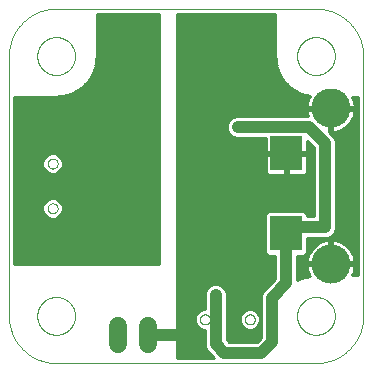
<source format=gbl>
G75*
%MOIN*%
%OFA0B0*%
%FSLAX25Y25*%
%IPPOS*%
%LPD*%
%AMOC8*
5,1,8,0,0,1.08239X$1,22.5*
%
%ADD10R,0.10630X0.11614*%
%ADD11C,0.00000*%
%ADD12C,0.05937*%
%ADD13C,0.13055*%
%ADD14C,0.01000*%
%ADD15OC8,0.03562*%
%ADD16OC8,0.02400*%
%ADD17C,0.03937*%
D10*
X0146701Y0077463D03*
X0146701Y0104038D03*
D11*
X0054181Y0136518D02*
X0054181Y0049904D01*
X0063630Y0049904D02*
X0063632Y0050062D01*
X0063638Y0050220D01*
X0063648Y0050378D01*
X0063662Y0050536D01*
X0063680Y0050693D01*
X0063701Y0050850D01*
X0063727Y0051006D01*
X0063757Y0051162D01*
X0063790Y0051317D01*
X0063828Y0051470D01*
X0063869Y0051623D01*
X0063914Y0051775D01*
X0063963Y0051926D01*
X0064016Y0052075D01*
X0064072Y0052223D01*
X0064132Y0052369D01*
X0064196Y0052514D01*
X0064264Y0052657D01*
X0064335Y0052799D01*
X0064409Y0052939D01*
X0064487Y0053076D01*
X0064569Y0053212D01*
X0064653Y0053346D01*
X0064742Y0053477D01*
X0064833Y0053606D01*
X0064928Y0053733D01*
X0065025Y0053858D01*
X0065126Y0053980D01*
X0065230Y0054099D01*
X0065337Y0054216D01*
X0065447Y0054330D01*
X0065560Y0054441D01*
X0065675Y0054550D01*
X0065793Y0054655D01*
X0065914Y0054757D01*
X0066037Y0054857D01*
X0066163Y0054953D01*
X0066291Y0055046D01*
X0066421Y0055136D01*
X0066554Y0055222D01*
X0066689Y0055306D01*
X0066825Y0055385D01*
X0066964Y0055462D01*
X0067105Y0055534D01*
X0067247Y0055604D01*
X0067391Y0055669D01*
X0067537Y0055731D01*
X0067684Y0055789D01*
X0067833Y0055844D01*
X0067983Y0055895D01*
X0068134Y0055942D01*
X0068286Y0055985D01*
X0068439Y0056024D01*
X0068594Y0056060D01*
X0068749Y0056091D01*
X0068905Y0056119D01*
X0069061Y0056143D01*
X0069218Y0056163D01*
X0069376Y0056179D01*
X0069533Y0056191D01*
X0069692Y0056199D01*
X0069850Y0056203D01*
X0070008Y0056203D01*
X0070166Y0056199D01*
X0070325Y0056191D01*
X0070482Y0056179D01*
X0070640Y0056163D01*
X0070797Y0056143D01*
X0070953Y0056119D01*
X0071109Y0056091D01*
X0071264Y0056060D01*
X0071419Y0056024D01*
X0071572Y0055985D01*
X0071724Y0055942D01*
X0071875Y0055895D01*
X0072025Y0055844D01*
X0072174Y0055789D01*
X0072321Y0055731D01*
X0072467Y0055669D01*
X0072611Y0055604D01*
X0072753Y0055534D01*
X0072894Y0055462D01*
X0073033Y0055385D01*
X0073169Y0055306D01*
X0073304Y0055222D01*
X0073437Y0055136D01*
X0073567Y0055046D01*
X0073695Y0054953D01*
X0073821Y0054857D01*
X0073944Y0054757D01*
X0074065Y0054655D01*
X0074183Y0054550D01*
X0074298Y0054441D01*
X0074411Y0054330D01*
X0074521Y0054216D01*
X0074628Y0054099D01*
X0074732Y0053980D01*
X0074833Y0053858D01*
X0074930Y0053733D01*
X0075025Y0053606D01*
X0075116Y0053477D01*
X0075205Y0053346D01*
X0075289Y0053212D01*
X0075371Y0053076D01*
X0075449Y0052939D01*
X0075523Y0052799D01*
X0075594Y0052657D01*
X0075662Y0052514D01*
X0075726Y0052369D01*
X0075786Y0052223D01*
X0075842Y0052075D01*
X0075895Y0051926D01*
X0075944Y0051775D01*
X0075989Y0051623D01*
X0076030Y0051470D01*
X0076068Y0051317D01*
X0076101Y0051162D01*
X0076131Y0051006D01*
X0076157Y0050850D01*
X0076178Y0050693D01*
X0076196Y0050536D01*
X0076210Y0050378D01*
X0076220Y0050220D01*
X0076226Y0050062D01*
X0076228Y0049904D01*
X0076226Y0049746D01*
X0076220Y0049588D01*
X0076210Y0049430D01*
X0076196Y0049272D01*
X0076178Y0049115D01*
X0076157Y0048958D01*
X0076131Y0048802D01*
X0076101Y0048646D01*
X0076068Y0048491D01*
X0076030Y0048338D01*
X0075989Y0048185D01*
X0075944Y0048033D01*
X0075895Y0047882D01*
X0075842Y0047733D01*
X0075786Y0047585D01*
X0075726Y0047439D01*
X0075662Y0047294D01*
X0075594Y0047151D01*
X0075523Y0047009D01*
X0075449Y0046869D01*
X0075371Y0046732D01*
X0075289Y0046596D01*
X0075205Y0046462D01*
X0075116Y0046331D01*
X0075025Y0046202D01*
X0074930Y0046075D01*
X0074833Y0045950D01*
X0074732Y0045828D01*
X0074628Y0045709D01*
X0074521Y0045592D01*
X0074411Y0045478D01*
X0074298Y0045367D01*
X0074183Y0045258D01*
X0074065Y0045153D01*
X0073944Y0045051D01*
X0073821Y0044951D01*
X0073695Y0044855D01*
X0073567Y0044762D01*
X0073437Y0044672D01*
X0073304Y0044586D01*
X0073169Y0044502D01*
X0073033Y0044423D01*
X0072894Y0044346D01*
X0072753Y0044274D01*
X0072611Y0044204D01*
X0072467Y0044139D01*
X0072321Y0044077D01*
X0072174Y0044019D01*
X0072025Y0043964D01*
X0071875Y0043913D01*
X0071724Y0043866D01*
X0071572Y0043823D01*
X0071419Y0043784D01*
X0071264Y0043748D01*
X0071109Y0043717D01*
X0070953Y0043689D01*
X0070797Y0043665D01*
X0070640Y0043645D01*
X0070482Y0043629D01*
X0070325Y0043617D01*
X0070166Y0043609D01*
X0070008Y0043605D01*
X0069850Y0043605D01*
X0069692Y0043609D01*
X0069533Y0043617D01*
X0069376Y0043629D01*
X0069218Y0043645D01*
X0069061Y0043665D01*
X0068905Y0043689D01*
X0068749Y0043717D01*
X0068594Y0043748D01*
X0068439Y0043784D01*
X0068286Y0043823D01*
X0068134Y0043866D01*
X0067983Y0043913D01*
X0067833Y0043964D01*
X0067684Y0044019D01*
X0067537Y0044077D01*
X0067391Y0044139D01*
X0067247Y0044204D01*
X0067105Y0044274D01*
X0066964Y0044346D01*
X0066825Y0044423D01*
X0066689Y0044502D01*
X0066554Y0044586D01*
X0066421Y0044672D01*
X0066291Y0044762D01*
X0066163Y0044855D01*
X0066037Y0044951D01*
X0065914Y0045051D01*
X0065793Y0045153D01*
X0065675Y0045258D01*
X0065560Y0045367D01*
X0065447Y0045478D01*
X0065337Y0045592D01*
X0065230Y0045709D01*
X0065126Y0045828D01*
X0065025Y0045950D01*
X0064928Y0046075D01*
X0064833Y0046202D01*
X0064742Y0046331D01*
X0064653Y0046462D01*
X0064569Y0046596D01*
X0064487Y0046732D01*
X0064409Y0046869D01*
X0064335Y0047009D01*
X0064264Y0047151D01*
X0064196Y0047294D01*
X0064132Y0047439D01*
X0064072Y0047585D01*
X0064016Y0047733D01*
X0063963Y0047882D01*
X0063914Y0048033D01*
X0063869Y0048185D01*
X0063828Y0048338D01*
X0063790Y0048491D01*
X0063757Y0048646D01*
X0063727Y0048802D01*
X0063701Y0048958D01*
X0063680Y0049115D01*
X0063662Y0049272D01*
X0063648Y0049430D01*
X0063638Y0049588D01*
X0063632Y0049746D01*
X0063630Y0049904D01*
X0054181Y0049904D02*
X0054186Y0049523D01*
X0054199Y0049143D01*
X0054222Y0048763D01*
X0054255Y0048384D01*
X0054296Y0048006D01*
X0054346Y0047629D01*
X0054406Y0047253D01*
X0054474Y0046878D01*
X0054552Y0046506D01*
X0054639Y0046135D01*
X0054734Y0045767D01*
X0054839Y0045401D01*
X0054952Y0045038D01*
X0055074Y0044677D01*
X0055204Y0044320D01*
X0055344Y0043966D01*
X0055491Y0043615D01*
X0055648Y0043268D01*
X0055812Y0042925D01*
X0055985Y0042586D01*
X0056166Y0042251D01*
X0056355Y0041920D01*
X0056552Y0041595D01*
X0056756Y0041274D01*
X0056969Y0040958D01*
X0057189Y0040648D01*
X0057416Y0040342D01*
X0057651Y0040043D01*
X0057893Y0039749D01*
X0058141Y0039461D01*
X0058397Y0039179D01*
X0058660Y0038904D01*
X0058929Y0038635D01*
X0059204Y0038372D01*
X0059486Y0038116D01*
X0059774Y0037868D01*
X0060068Y0037626D01*
X0060367Y0037391D01*
X0060673Y0037164D01*
X0060983Y0036944D01*
X0061299Y0036731D01*
X0061620Y0036527D01*
X0061945Y0036330D01*
X0062276Y0036141D01*
X0062611Y0035960D01*
X0062950Y0035787D01*
X0063293Y0035623D01*
X0063640Y0035466D01*
X0063991Y0035319D01*
X0064345Y0035179D01*
X0064702Y0035049D01*
X0065063Y0034927D01*
X0065426Y0034814D01*
X0065792Y0034709D01*
X0066160Y0034614D01*
X0066531Y0034527D01*
X0066903Y0034449D01*
X0067278Y0034381D01*
X0067654Y0034321D01*
X0068031Y0034271D01*
X0068409Y0034230D01*
X0068788Y0034197D01*
X0069168Y0034174D01*
X0069548Y0034161D01*
X0069929Y0034156D01*
X0156543Y0034156D01*
X0150244Y0049904D02*
X0150246Y0050062D01*
X0150252Y0050220D01*
X0150262Y0050378D01*
X0150276Y0050536D01*
X0150294Y0050693D01*
X0150315Y0050850D01*
X0150341Y0051006D01*
X0150371Y0051162D01*
X0150404Y0051317D01*
X0150442Y0051470D01*
X0150483Y0051623D01*
X0150528Y0051775D01*
X0150577Y0051926D01*
X0150630Y0052075D01*
X0150686Y0052223D01*
X0150746Y0052369D01*
X0150810Y0052514D01*
X0150878Y0052657D01*
X0150949Y0052799D01*
X0151023Y0052939D01*
X0151101Y0053076D01*
X0151183Y0053212D01*
X0151267Y0053346D01*
X0151356Y0053477D01*
X0151447Y0053606D01*
X0151542Y0053733D01*
X0151639Y0053858D01*
X0151740Y0053980D01*
X0151844Y0054099D01*
X0151951Y0054216D01*
X0152061Y0054330D01*
X0152174Y0054441D01*
X0152289Y0054550D01*
X0152407Y0054655D01*
X0152528Y0054757D01*
X0152651Y0054857D01*
X0152777Y0054953D01*
X0152905Y0055046D01*
X0153035Y0055136D01*
X0153168Y0055222D01*
X0153303Y0055306D01*
X0153439Y0055385D01*
X0153578Y0055462D01*
X0153719Y0055534D01*
X0153861Y0055604D01*
X0154005Y0055669D01*
X0154151Y0055731D01*
X0154298Y0055789D01*
X0154447Y0055844D01*
X0154597Y0055895D01*
X0154748Y0055942D01*
X0154900Y0055985D01*
X0155053Y0056024D01*
X0155208Y0056060D01*
X0155363Y0056091D01*
X0155519Y0056119D01*
X0155675Y0056143D01*
X0155832Y0056163D01*
X0155990Y0056179D01*
X0156147Y0056191D01*
X0156306Y0056199D01*
X0156464Y0056203D01*
X0156622Y0056203D01*
X0156780Y0056199D01*
X0156939Y0056191D01*
X0157096Y0056179D01*
X0157254Y0056163D01*
X0157411Y0056143D01*
X0157567Y0056119D01*
X0157723Y0056091D01*
X0157878Y0056060D01*
X0158033Y0056024D01*
X0158186Y0055985D01*
X0158338Y0055942D01*
X0158489Y0055895D01*
X0158639Y0055844D01*
X0158788Y0055789D01*
X0158935Y0055731D01*
X0159081Y0055669D01*
X0159225Y0055604D01*
X0159367Y0055534D01*
X0159508Y0055462D01*
X0159647Y0055385D01*
X0159783Y0055306D01*
X0159918Y0055222D01*
X0160051Y0055136D01*
X0160181Y0055046D01*
X0160309Y0054953D01*
X0160435Y0054857D01*
X0160558Y0054757D01*
X0160679Y0054655D01*
X0160797Y0054550D01*
X0160912Y0054441D01*
X0161025Y0054330D01*
X0161135Y0054216D01*
X0161242Y0054099D01*
X0161346Y0053980D01*
X0161447Y0053858D01*
X0161544Y0053733D01*
X0161639Y0053606D01*
X0161730Y0053477D01*
X0161819Y0053346D01*
X0161903Y0053212D01*
X0161985Y0053076D01*
X0162063Y0052939D01*
X0162137Y0052799D01*
X0162208Y0052657D01*
X0162276Y0052514D01*
X0162340Y0052369D01*
X0162400Y0052223D01*
X0162456Y0052075D01*
X0162509Y0051926D01*
X0162558Y0051775D01*
X0162603Y0051623D01*
X0162644Y0051470D01*
X0162682Y0051317D01*
X0162715Y0051162D01*
X0162745Y0051006D01*
X0162771Y0050850D01*
X0162792Y0050693D01*
X0162810Y0050536D01*
X0162824Y0050378D01*
X0162834Y0050220D01*
X0162840Y0050062D01*
X0162842Y0049904D01*
X0162840Y0049746D01*
X0162834Y0049588D01*
X0162824Y0049430D01*
X0162810Y0049272D01*
X0162792Y0049115D01*
X0162771Y0048958D01*
X0162745Y0048802D01*
X0162715Y0048646D01*
X0162682Y0048491D01*
X0162644Y0048338D01*
X0162603Y0048185D01*
X0162558Y0048033D01*
X0162509Y0047882D01*
X0162456Y0047733D01*
X0162400Y0047585D01*
X0162340Y0047439D01*
X0162276Y0047294D01*
X0162208Y0047151D01*
X0162137Y0047009D01*
X0162063Y0046869D01*
X0161985Y0046732D01*
X0161903Y0046596D01*
X0161819Y0046462D01*
X0161730Y0046331D01*
X0161639Y0046202D01*
X0161544Y0046075D01*
X0161447Y0045950D01*
X0161346Y0045828D01*
X0161242Y0045709D01*
X0161135Y0045592D01*
X0161025Y0045478D01*
X0160912Y0045367D01*
X0160797Y0045258D01*
X0160679Y0045153D01*
X0160558Y0045051D01*
X0160435Y0044951D01*
X0160309Y0044855D01*
X0160181Y0044762D01*
X0160051Y0044672D01*
X0159918Y0044586D01*
X0159783Y0044502D01*
X0159647Y0044423D01*
X0159508Y0044346D01*
X0159367Y0044274D01*
X0159225Y0044204D01*
X0159081Y0044139D01*
X0158935Y0044077D01*
X0158788Y0044019D01*
X0158639Y0043964D01*
X0158489Y0043913D01*
X0158338Y0043866D01*
X0158186Y0043823D01*
X0158033Y0043784D01*
X0157878Y0043748D01*
X0157723Y0043717D01*
X0157567Y0043689D01*
X0157411Y0043665D01*
X0157254Y0043645D01*
X0157096Y0043629D01*
X0156939Y0043617D01*
X0156780Y0043609D01*
X0156622Y0043605D01*
X0156464Y0043605D01*
X0156306Y0043609D01*
X0156147Y0043617D01*
X0155990Y0043629D01*
X0155832Y0043645D01*
X0155675Y0043665D01*
X0155519Y0043689D01*
X0155363Y0043717D01*
X0155208Y0043748D01*
X0155053Y0043784D01*
X0154900Y0043823D01*
X0154748Y0043866D01*
X0154597Y0043913D01*
X0154447Y0043964D01*
X0154298Y0044019D01*
X0154151Y0044077D01*
X0154005Y0044139D01*
X0153861Y0044204D01*
X0153719Y0044274D01*
X0153578Y0044346D01*
X0153439Y0044423D01*
X0153303Y0044502D01*
X0153168Y0044586D01*
X0153035Y0044672D01*
X0152905Y0044762D01*
X0152777Y0044855D01*
X0152651Y0044951D01*
X0152528Y0045051D01*
X0152407Y0045153D01*
X0152289Y0045258D01*
X0152174Y0045367D01*
X0152061Y0045478D01*
X0151951Y0045592D01*
X0151844Y0045709D01*
X0151740Y0045828D01*
X0151639Y0045950D01*
X0151542Y0046075D01*
X0151447Y0046202D01*
X0151356Y0046331D01*
X0151267Y0046462D01*
X0151183Y0046596D01*
X0151101Y0046732D01*
X0151023Y0046869D01*
X0150949Y0047009D01*
X0150878Y0047151D01*
X0150810Y0047294D01*
X0150746Y0047439D01*
X0150686Y0047585D01*
X0150630Y0047733D01*
X0150577Y0047882D01*
X0150528Y0048033D01*
X0150483Y0048185D01*
X0150442Y0048338D01*
X0150404Y0048491D01*
X0150371Y0048646D01*
X0150341Y0048802D01*
X0150315Y0048958D01*
X0150294Y0049115D01*
X0150276Y0049272D01*
X0150262Y0049430D01*
X0150252Y0049588D01*
X0150246Y0049746D01*
X0150244Y0049904D01*
X0156543Y0034156D02*
X0156924Y0034161D01*
X0157304Y0034174D01*
X0157684Y0034197D01*
X0158063Y0034230D01*
X0158441Y0034271D01*
X0158818Y0034321D01*
X0159194Y0034381D01*
X0159569Y0034449D01*
X0159941Y0034527D01*
X0160312Y0034614D01*
X0160680Y0034709D01*
X0161046Y0034814D01*
X0161409Y0034927D01*
X0161770Y0035049D01*
X0162127Y0035179D01*
X0162481Y0035319D01*
X0162832Y0035466D01*
X0163179Y0035623D01*
X0163522Y0035787D01*
X0163861Y0035960D01*
X0164196Y0036141D01*
X0164527Y0036330D01*
X0164852Y0036527D01*
X0165173Y0036731D01*
X0165489Y0036944D01*
X0165799Y0037164D01*
X0166105Y0037391D01*
X0166404Y0037626D01*
X0166698Y0037868D01*
X0166986Y0038116D01*
X0167268Y0038372D01*
X0167543Y0038635D01*
X0167812Y0038904D01*
X0168075Y0039179D01*
X0168331Y0039461D01*
X0168579Y0039749D01*
X0168821Y0040043D01*
X0169056Y0040342D01*
X0169283Y0040648D01*
X0169503Y0040958D01*
X0169716Y0041274D01*
X0169920Y0041595D01*
X0170117Y0041920D01*
X0170306Y0042251D01*
X0170487Y0042586D01*
X0170660Y0042925D01*
X0170824Y0043268D01*
X0170981Y0043615D01*
X0171128Y0043966D01*
X0171268Y0044320D01*
X0171398Y0044677D01*
X0171520Y0045038D01*
X0171633Y0045401D01*
X0171738Y0045767D01*
X0171833Y0046135D01*
X0171920Y0046506D01*
X0171998Y0046878D01*
X0172066Y0047253D01*
X0172126Y0047629D01*
X0172176Y0048006D01*
X0172217Y0048384D01*
X0172250Y0048763D01*
X0172273Y0049143D01*
X0172286Y0049523D01*
X0172291Y0049904D01*
X0172291Y0136518D01*
X0150244Y0136518D02*
X0150246Y0136676D01*
X0150252Y0136834D01*
X0150262Y0136992D01*
X0150276Y0137150D01*
X0150294Y0137307D01*
X0150315Y0137464D01*
X0150341Y0137620D01*
X0150371Y0137776D01*
X0150404Y0137931D01*
X0150442Y0138084D01*
X0150483Y0138237D01*
X0150528Y0138389D01*
X0150577Y0138540D01*
X0150630Y0138689D01*
X0150686Y0138837D01*
X0150746Y0138983D01*
X0150810Y0139128D01*
X0150878Y0139271D01*
X0150949Y0139413D01*
X0151023Y0139553D01*
X0151101Y0139690D01*
X0151183Y0139826D01*
X0151267Y0139960D01*
X0151356Y0140091D01*
X0151447Y0140220D01*
X0151542Y0140347D01*
X0151639Y0140472D01*
X0151740Y0140594D01*
X0151844Y0140713D01*
X0151951Y0140830D01*
X0152061Y0140944D01*
X0152174Y0141055D01*
X0152289Y0141164D01*
X0152407Y0141269D01*
X0152528Y0141371D01*
X0152651Y0141471D01*
X0152777Y0141567D01*
X0152905Y0141660D01*
X0153035Y0141750D01*
X0153168Y0141836D01*
X0153303Y0141920D01*
X0153439Y0141999D01*
X0153578Y0142076D01*
X0153719Y0142148D01*
X0153861Y0142218D01*
X0154005Y0142283D01*
X0154151Y0142345D01*
X0154298Y0142403D01*
X0154447Y0142458D01*
X0154597Y0142509D01*
X0154748Y0142556D01*
X0154900Y0142599D01*
X0155053Y0142638D01*
X0155208Y0142674D01*
X0155363Y0142705D01*
X0155519Y0142733D01*
X0155675Y0142757D01*
X0155832Y0142777D01*
X0155990Y0142793D01*
X0156147Y0142805D01*
X0156306Y0142813D01*
X0156464Y0142817D01*
X0156622Y0142817D01*
X0156780Y0142813D01*
X0156939Y0142805D01*
X0157096Y0142793D01*
X0157254Y0142777D01*
X0157411Y0142757D01*
X0157567Y0142733D01*
X0157723Y0142705D01*
X0157878Y0142674D01*
X0158033Y0142638D01*
X0158186Y0142599D01*
X0158338Y0142556D01*
X0158489Y0142509D01*
X0158639Y0142458D01*
X0158788Y0142403D01*
X0158935Y0142345D01*
X0159081Y0142283D01*
X0159225Y0142218D01*
X0159367Y0142148D01*
X0159508Y0142076D01*
X0159647Y0141999D01*
X0159783Y0141920D01*
X0159918Y0141836D01*
X0160051Y0141750D01*
X0160181Y0141660D01*
X0160309Y0141567D01*
X0160435Y0141471D01*
X0160558Y0141371D01*
X0160679Y0141269D01*
X0160797Y0141164D01*
X0160912Y0141055D01*
X0161025Y0140944D01*
X0161135Y0140830D01*
X0161242Y0140713D01*
X0161346Y0140594D01*
X0161447Y0140472D01*
X0161544Y0140347D01*
X0161639Y0140220D01*
X0161730Y0140091D01*
X0161819Y0139960D01*
X0161903Y0139826D01*
X0161985Y0139690D01*
X0162063Y0139553D01*
X0162137Y0139413D01*
X0162208Y0139271D01*
X0162276Y0139128D01*
X0162340Y0138983D01*
X0162400Y0138837D01*
X0162456Y0138689D01*
X0162509Y0138540D01*
X0162558Y0138389D01*
X0162603Y0138237D01*
X0162644Y0138084D01*
X0162682Y0137931D01*
X0162715Y0137776D01*
X0162745Y0137620D01*
X0162771Y0137464D01*
X0162792Y0137307D01*
X0162810Y0137150D01*
X0162824Y0136992D01*
X0162834Y0136834D01*
X0162840Y0136676D01*
X0162842Y0136518D01*
X0162840Y0136360D01*
X0162834Y0136202D01*
X0162824Y0136044D01*
X0162810Y0135886D01*
X0162792Y0135729D01*
X0162771Y0135572D01*
X0162745Y0135416D01*
X0162715Y0135260D01*
X0162682Y0135105D01*
X0162644Y0134952D01*
X0162603Y0134799D01*
X0162558Y0134647D01*
X0162509Y0134496D01*
X0162456Y0134347D01*
X0162400Y0134199D01*
X0162340Y0134053D01*
X0162276Y0133908D01*
X0162208Y0133765D01*
X0162137Y0133623D01*
X0162063Y0133483D01*
X0161985Y0133346D01*
X0161903Y0133210D01*
X0161819Y0133076D01*
X0161730Y0132945D01*
X0161639Y0132816D01*
X0161544Y0132689D01*
X0161447Y0132564D01*
X0161346Y0132442D01*
X0161242Y0132323D01*
X0161135Y0132206D01*
X0161025Y0132092D01*
X0160912Y0131981D01*
X0160797Y0131872D01*
X0160679Y0131767D01*
X0160558Y0131665D01*
X0160435Y0131565D01*
X0160309Y0131469D01*
X0160181Y0131376D01*
X0160051Y0131286D01*
X0159918Y0131200D01*
X0159783Y0131116D01*
X0159647Y0131037D01*
X0159508Y0130960D01*
X0159367Y0130888D01*
X0159225Y0130818D01*
X0159081Y0130753D01*
X0158935Y0130691D01*
X0158788Y0130633D01*
X0158639Y0130578D01*
X0158489Y0130527D01*
X0158338Y0130480D01*
X0158186Y0130437D01*
X0158033Y0130398D01*
X0157878Y0130362D01*
X0157723Y0130331D01*
X0157567Y0130303D01*
X0157411Y0130279D01*
X0157254Y0130259D01*
X0157096Y0130243D01*
X0156939Y0130231D01*
X0156780Y0130223D01*
X0156622Y0130219D01*
X0156464Y0130219D01*
X0156306Y0130223D01*
X0156147Y0130231D01*
X0155990Y0130243D01*
X0155832Y0130259D01*
X0155675Y0130279D01*
X0155519Y0130303D01*
X0155363Y0130331D01*
X0155208Y0130362D01*
X0155053Y0130398D01*
X0154900Y0130437D01*
X0154748Y0130480D01*
X0154597Y0130527D01*
X0154447Y0130578D01*
X0154298Y0130633D01*
X0154151Y0130691D01*
X0154005Y0130753D01*
X0153861Y0130818D01*
X0153719Y0130888D01*
X0153578Y0130960D01*
X0153439Y0131037D01*
X0153303Y0131116D01*
X0153168Y0131200D01*
X0153035Y0131286D01*
X0152905Y0131376D01*
X0152777Y0131469D01*
X0152651Y0131565D01*
X0152528Y0131665D01*
X0152407Y0131767D01*
X0152289Y0131872D01*
X0152174Y0131981D01*
X0152061Y0132092D01*
X0151951Y0132206D01*
X0151844Y0132323D01*
X0151740Y0132442D01*
X0151639Y0132564D01*
X0151542Y0132689D01*
X0151447Y0132816D01*
X0151356Y0132945D01*
X0151267Y0133076D01*
X0151183Y0133210D01*
X0151101Y0133346D01*
X0151023Y0133483D01*
X0150949Y0133623D01*
X0150878Y0133765D01*
X0150810Y0133908D01*
X0150746Y0134053D01*
X0150686Y0134199D01*
X0150630Y0134347D01*
X0150577Y0134496D01*
X0150528Y0134647D01*
X0150483Y0134799D01*
X0150442Y0134952D01*
X0150404Y0135105D01*
X0150371Y0135260D01*
X0150341Y0135416D01*
X0150315Y0135572D01*
X0150294Y0135729D01*
X0150276Y0135886D01*
X0150262Y0136044D01*
X0150252Y0136202D01*
X0150246Y0136360D01*
X0150244Y0136518D01*
X0156543Y0152266D02*
X0156924Y0152261D01*
X0157304Y0152248D01*
X0157684Y0152225D01*
X0158063Y0152192D01*
X0158441Y0152151D01*
X0158818Y0152101D01*
X0159194Y0152041D01*
X0159569Y0151973D01*
X0159941Y0151895D01*
X0160312Y0151808D01*
X0160680Y0151713D01*
X0161046Y0151608D01*
X0161409Y0151495D01*
X0161770Y0151373D01*
X0162127Y0151243D01*
X0162481Y0151103D01*
X0162832Y0150956D01*
X0163179Y0150799D01*
X0163522Y0150635D01*
X0163861Y0150462D01*
X0164196Y0150281D01*
X0164527Y0150092D01*
X0164852Y0149895D01*
X0165173Y0149691D01*
X0165489Y0149478D01*
X0165799Y0149258D01*
X0166105Y0149031D01*
X0166404Y0148796D01*
X0166698Y0148554D01*
X0166986Y0148306D01*
X0167268Y0148050D01*
X0167543Y0147787D01*
X0167812Y0147518D01*
X0168075Y0147243D01*
X0168331Y0146961D01*
X0168579Y0146673D01*
X0168821Y0146379D01*
X0169056Y0146080D01*
X0169283Y0145774D01*
X0169503Y0145464D01*
X0169716Y0145148D01*
X0169920Y0144827D01*
X0170117Y0144502D01*
X0170306Y0144171D01*
X0170487Y0143836D01*
X0170660Y0143497D01*
X0170824Y0143154D01*
X0170981Y0142807D01*
X0171128Y0142456D01*
X0171268Y0142102D01*
X0171398Y0141745D01*
X0171520Y0141384D01*
X0171633Y0141021D01*
X0171738Y0140655D01*
X0171833Y0140287D01*
X0171920Y0139916D01*
X0171998Y0139544D01*
X0172066Y0139169D01*
X0172126Y0138793D01*
X0172176Y0138416D01*
X0172217Y0138038D01*
X0172250Y0137659D01*
X0172273Y0137279D01*
X0172286Y0136899D01*
X0172291Y0136518D01*
X0156543Y0152266D02*
X0069929Y0152266D01*
X0063630Y0136518D02*
X0063632Y0136676D01*
X0063638Y0136834D01*
X0063648Y0136992D01*
X0063662Y0137150D01*
X0063680Y0137307D01*
X0063701Y0137464D01*
X0063727Y0137620D01*
X0063757Y0137776D01*
X0063790Y0137931D01*
X0063828Y0138084D01*
X0063869Y0138237D01*
X0063914Y0138389D01*
X0063963Y0138540D01*
X0064016Y0138689D01*
X0064072Y0138837D01*
X0064132Y0138983D01*
X0064196Y0139128D01*
X0064264Y0139271D01*
X0064335Y0139413D01*
X0064409Y0139553D01*
X0064487Y0139690D01*
X0064569Y0139826D01*
X0064653Y0139960D01*
X0064742Y0140091D01*
X0064833Y0140220D01*
X0064928Y0140347D01*
X0065025Y0140472D01*
X0065126Y0140594D01*
X0065230Y0140713D01*
X0065337Y0140830D01*
X0065447Y0140944D01*
X0065560Y0141055D01*
X0065675Y0141164D01*
X0065793Y0141269D01*
X0065914Y0141371D01*
X0066037Y0141471D01*
X0066163Y0141567D01*
X0066291Y0141660D01*
X0066421Y0141750D01*
X0066554Y0141836D01*
X0066689Y0141920D01*
X0066825Y0141999D01*
X0066964Y0142076D01*
X0067105Y0142148D01*
X0067247Y0142218D01*
X0067391Y0142283D01*
X0067537Y0142345D01*
X0067684Y0142403D01*
X0067833Y0142458D01*
X0067983Y0142509D01*
X0068134Y0142556D01*
X0068286Y0142599D01*
X0068439Y0142638D01*
X0068594Y0142674D01*
X0068749Y0142705D01*
X0068905Y0142733D01*
X0069061Y0142757D01*
X0069218Y0142777D01*
X0069376Y0142793D01*
X0069533Y0142805D01*
X0069692Y0142813D01*
X0069850Y0142817D01*
X0070008Y0142817D01*
X0070166Y0142813D01*
X0070325Y0142805D01*
X0070482Y0142793D01*
X0070640Y0142777D01*
X0070797Y0142757D01*
X0070953Y0142733D01*
X0071109Y0142705D01*
X0071264Y0142674D01*
X0071419Y0142638D01*
X0071572Y0142599D01*
X0071724Y0142556D01*
X0071875Y0142509D01*
X0072025Y0142458D01*
X0072174Y0142403D01*
X0072321Y0142345D01*
X0072467Y0142283D01*
X0072611Y0142218D01*
X0072753Y0142148D01*
X0072894Y0142076D01*
X0073033Y0141999D01*
X0073169Y0141920D01*
X0073304Y0141836D01*
X0073437Y0141750D01*
X0073567Y0141660D01*
X0073695Y0141567D01*
X0073821Y0141471D01*
X0073944Y0141371D01*
X0074065Y0141269D01*
X0074183Y0141164D01*
X0074298Y0141055D01*
X0074411Y0140944D01*
X0074521Y0140830D01*
X0074628Y0140713D01*
X0074732Y0140594D01*
X0074833Y0140472D01*
X0074930Y0140347D01*
X0075025Y0140220D01*
X0075116Y0140091D01*
X0075205Y0139960D01*
X0075289Y0139826D01*
X0075371Y0139690D01*
X0075449Y0139553D01*
X0075523Y0139413D01*
X0075594Y0139271D01*
X0075662Y0139128D01*
X0075726Y0138983D01*
X0075786Y0138837D01*
X0075842Y0138689D01*
X0075895Y0138540D01*
X0075944Y0138389D01*
X0075989Y0138237D01*
X0076030Y0138084D01*
X0076068Y0137931D01*
X0076101Y0137776D01*
X0076131Y0137620D01*
X0076157Y0137464D01*
X0076178Y0137307D01*
X0076196Y0137150D01*
X0076210Y0136992D01*
X0076220Y0136834D01*
X0076226Y0136676D01*
X0076228Y0136518D01*
X0076226Y0136360D01*
X0076220Y0136202D01*
X0076210Y0136044D01*
X0076196Y0135886D01*
X0076178Y0135729D01*
X0076157Y0135572D01*
X0076131Y0135416D01*
X0076101Y0135260D01*
X0076068Y0135105D01*
X0076030Y0134952D01*
X0075989Y0134799D01*
X0075944Y0134647D01*
X0075895Y0134496D01*
X0075842Y0134347D01*
X0075786Y0134199D01*
X0075726Y0134053D01*
X0075662Y0133908D01*
X0075594Y0133765D01*
X0075523Y0133623D01*
X0075449Y0133483D01*
X0075371Y0133346D01*
X0075289Y0133210D01*
X0075205Y0133076D01*
X0075116Y0132945D01*
X0075025Y0132816D01*
X0074930Y0132689D01*
X0074833Y0132564D01*
X0074732Y0132442D01*
X0074628Y0132323D01*
X0074521Y0132206D01*
X0074411Y0132092D01*
X0074298Y0131981D01*
X0074183Y0131872D01*
X0074065Y0131767D01*
X0073944Y0131665D01*
X0073821Y0131565D01*
X0073695Y0131469D01*
X0073567Y0131376D01*
X0073437Y0131286D01*
X0073304Y0131200D01*
X0073169Y0131116D01*
X0073033Y0131037D01*
X0072894Y0130960D01*
X0072753Y0130888D01*
X0072611Y0130818D01*
X0072467Y0130753D01*
X0072321Y0130691D01*
X0072174Y0130633D01*
X0072025Y0130578D01*
X0071875Y0130527D01*
X0071724Y0130480D01*
X0071572Y0130437D01*
X0071419Y0130398D01*
X0071264Y0130362D01*
X0071109Y0130331D01*
X0070953Y0130303D01*
X0070797Y0130279D01*
X0070640Y0130259D01*
X0070482Y0130243D01*
X0070325Y0130231D01*
X0070166Y0130223D01*
X0070008Y0130219D01*
X0069850Y0130219D01*
X0069692Y0130223D01*
X0069533Y0130231D01*
X0069376Y0130243D01*
X0069218Y0130259D01*
X0069061Y0130279D01*
X0068905Y0130303D01*
X0068749Y0130331D01*
X0068594Y0130362D01*
X0068439Y0130398D01*
X0068286Y0130437D01*
X0068134Y0130480D01*
X0067983Y0130527D01*
X0067833Y0130578D01*
X0067684Y0130633D01*
X0067537Y0130691D01*
X0067391Y0130753D01*
X0067247Y0130818D01*
X0067105Y0130888D01*
X0066964Y0130960D01*
X0066825Y0131037D01*
X0066689Y0131116D01*
X0066554Y0131200D01*
X0066421Y0131286D01*
X0066291Y0131376D01*
X0066163Y0131469D01*
X0066037Y0131565D01*
X0065914Y0131665D01*
X0065793Y0131767D01*
X0065675Y0131872D01*
X0065560Y0131981D01*
X0065447Y0132092D01*
X0065337Y0132206D01*
X0065230Y0132323D01*
X0065126Y0132442D01*
X0065025Y0132564D01*
X0064928Y0132689D01*
X0064833Y0132816D01*
X0064742Y0132945D01*
X0064653Y0133076D01*
X0064569Y0133210D01*
X0064487Y0133346D01*
X0064409Y0133483D01*
X0064335Y0133623D01*
X0064264Y0133765D01*
X0064196Y0133908D01*
X0064132Y0134053D01*
X0064072Y0134199D01*
X0064016Y0134347D01*
X0063963Y0134496D01*
X0063914Y0134647D01*
X0063869Y0134799D01*
X0063828Y0134952D01*
X0063790Y0135105D01*
X0063757Y0135260D01*
X0063727Y0135416D01*
X0063701Y0135572D01*
X0063680Y0135729D01*
X0063662Y0135886D01*
X0063648Y0136044D01*
X0063638Y0136202D01*
X0063632Y0136360D01*
X0063630Y0136518D01*
X0054181Y0136518D02*
X0054186Y0136899D01*
X0054199Y0137279D01*
X0054222Y0137659D01*
X0054255Y0138038D01*
X0054296Y0138416D01*
X0054346Y0138793D01*
X0054406Y0139169D01*
X0054474Y0139544D01*
X0054552Y0139916D01*
X0054639Y0140287D01*
X0054734Y0140655D01*
X0054839Y0141021D01*
X0054952Y0141384D01*
X0055074Y0141745D01*
X0055204Y0142102D01*
X0055344Y0142456D01*
X0055491Y0142807D01*
X0055648Y0143154D01*
X0055812Y0143497D01*
X0055985Y0143836D01*
X0056166Y0144171D01*
X0056355Y0144502D01*
X0056552Y0144827D01*
X0056756Y0145148D01*
X0056969Y0145464D01*
X0057189Y0145774D01*
X0057416Y0146080D01*
X0057651Y0146379D01*
X0057893Y0146673D01*
X0058141Y0146961D01*
X0058397Y0147243D01*
X0058660Y0147518D01*
X0058929Y0147787D01*
X0059204Y0148050D01*
X0059486Y0148306D01*
X0059774Y0148554D01*
X0060068Y0148796D01*
X0060367Y0149031D01*
X0060673Y0149258D01*
X0060983Y0149478D01*
X0061299Y0149691D01*
X0061620Y0149895D01*
X0061945Y0150092D01*
X0062276Y0150281D01*
X0062611Y0150462D01*
X0062950Y0150635D01*
X0063293Y0150799D01*
X0063640Y0150956D01*
X0063991Y0151103D01*
X0064345Y0151243D01*
X0064702Y0151373D01*
X0065063Y0151495D01*
X0065426Y0151608D01*
X0065792Y0151713D01*
X0066160Y0151808D01*
X0066531Y0151895D01*
X0066903Y0151973D01*
X0067278Y0152041D01*
X0067654Y0152101D01*
X0068031Y0152151D01*
X0068409Y0152192D01*
X0068788Y0152225D01*
X0069168Y0152248D01*
X0069548Y0152261D01*
X0069929Y0152266D01*
X0067075Y0100692D02*
X0067077Y0100773D01*
X0067083Y0100855D01*
X0067093Y0100936D01*
X0067107Y0101016D01*
X0067124Y0101095D01*
X0067146Y0101174D01*
X0067171Y0101251D01*
X0067200Y0101328D01*
X0067233Y0101402D01*
X0067270Y0101475D01*
X0067309Y0101546D01*
X0067353Y0101615D01*
X0067399Y0101682D01*
X0067449Y0101746D01*
X0067502Y0101808D01*
X0067558Y0101868D01*
X0067616Y0101924D01*
X0067678Y0101978D01*
X0067742Y0102029D01*
X0067808Y0102076D01*
X0067876Y0102120D01*
X0067947Y0102161D01*
X0068019Y0102198D01*
X0068094Y0102232D01*
X0068169Y0102262D01*
X0068247Y0102288D01*
X0068325Y0102311D01*
X0068404Y0102329D01*
X0068484Y0102344D01*
X0068565Y0102355D01*
X0068646Y0102362D01*
X0068728Y0102365D01*
X0068809Y0102364D01*
X0068890Y0102359D01*
X0068971Y0102350D01*
X0069052Y0102337D01*
X0069132Y0102320D01*
X0069210Y0102300D01*
X0069288Y0102275D01*
X0069365Y0102247D01*
X0069440Y0102215D01*
X0069513Y0102180D01*
X0069584Y0102141D01*
X0069654Y0102098D01*
X0069721Y0102053D01*
X0069787Y0102004D01*
X0069849Y0101952D01*
X0069909Y0101896D01*
X0069966Y0101838D01*
X0070021Y0101778D01*
X0070072Y0101714D01*
X0070120Y0101649D01*
X0070165Y0101581D01*
X0070207Y0101511D01*
X0070245Y0101439D01*
X0070280Y0101365D01*
X0070311Y0101290D01*
X0070338Y0101213D01*
X0070361Y0101135D01*
X0070381Y0101056D01*
X0070397Y0100976D01*
X0070409Y0100895D01*
X0070417Y0100814D01*
X0070421Y0100733D01*
X0070421Y0100651D01*
X0070417Y0100570D01*
X0070409Y0100489D01*
X0070397Y0100408D01*
X0070381Y0100328D01*
X0070361Y0100249D01*
X0070338Y0100171D01*
X0070311Y0100094D01*
X0070280Y0100019D01*
X0070245Y0099945D01*
X0070207Y0099873D01*
X0070165Y0099803D01*
X0070120Y0099735D01*
X0070072Y0099670D01*
X0070021Y0099606D01*
X0069966Y0099546D01*
X0069909Y0099488D01*
X0069849Y0099432D01*
X0069787Y0099380D01*
X0069721Y0099331D01*
X0069654Y0099286D01*
X0069585Y0099243D01*
X0069513Y0099204D01*
X0069440Y0099169D01*
X0069365Y0099137D01*
X0069288Y0099109D01*
X0069210Y0099084D01*
X0069132Y0099064D01*
X0069052Y0099047D01*
X0068971Y0099034D01*
X0068890Y0099025D01*
X0068809Y0099020D01*
X0068728Y0099019D01*
X0068646Y0099022D01*
X0068565Y0099029D01*
X0068484Y0099040D01*
X0068404Y0099055D01*
X0068325Y0099073D01*
X0068247Y0099096D01*
X0068169Y0099122D01*
X0068094Y0099152D01*
X0068019Y0099186D01*
X0067947Y0099223D01*
X0067876Y0099264D01*
X0067808Y0099308D01*
X0067742Y0099355D01*
X0067678Y0099406D01*
X0067616Y0099460D01*
X0067558Y0099516D01*
X0067502Y0099576D01*
X0067449Y0099638D01*
X0067399Y0099702D01*
X0067353Y0099769D01*
X0067309Y0099838D01*
X0067270Y0099909D01*
X0067233Y0099982D01*
X0067200Y0100056D01*
X0067171Y0100133D01*
X0067146Y0100210D01*
X0067124Y0100289D01*
X0067107Y0100368D01*
X0067093Y0100448D01*
X0067083Y0100529D01*
X0067077Y0100611D01*
X0067075Y0100692D01*
X0067075Y0085731D02*
X0067077Y0085812D01*
X0067083Y0085894D01*
X0067093Y0085975D01*
X0067107Y0086055D01*
X0067124Y0086134D01*
X0067146Y0086213D01*
X0067171Y0086290D01*
X0067200Y0086367D01*
X0067233Y0086441D01*
X0067270Y0086514D01*
X0067309Y0086585D01*
X0067353Y0086654D01*
X0067399Y0086721D01*
X0067449Y0086785D01*
X0067502Y0086847D01*
X0067558Y0086907D01*
X0067616Y0086963D01*
X0067678Y0087017D01*
X0067742Y0087068D01*
X0067808Y0087115D01*
X0067876Y0087159D01*
X0067947Y0087200D01*
X0068019Y0087237D01*
X0068094Y0087271D01*
X0068169Y0087301D01*
X0068247Y0087327D01*
X0068325Y0087350D01*
X0068404Y0087368D01*
X0068484Y0087383D01*
X0068565Y0087394D01*
X0068646Y0087401D01*
X0068728Y0087404D01*
X0068809Y0087403D01*
X0068890Y0087398D01*
X0068971Y0087389D01*
X0069052Y0087376D01*
X0069132Y0087359D01*
X0069210Y0087339D01*
X0069288Y0087314D01*
X0069365Y0087286D01*
X0069440Y0087254D01*
X0069513Y0087219D01*
X0069584Y0087180D01*
X0069654Y0087137D01*
X0069721Y0087092D01*
X0069787Y0087043D01*
X0069849Y0086991D01*
X0069909Y0086935D01*
X0069966Y0086877D01*
X0070021Y0086817D01*
X0070072Y0086753D01*
X0070120Y0086688D01*
X0070165Y0086620D01*
X0070207Y0086550D01*
X0070245Y0086478D01*
X0070280Y0086404D01*
X0070311Y0086329D01*
X0070338Y0086252D01*
X0070361Y0086174D01*
X0070381Y0086095D01*
X0070397Y0086015D01*
X0070409Y0085934D01*
X0070417Y0085853D01*
X0070421Y0085772D01*
X0070421Y0085690D01*
X0070417Y0085609D01*
X0070409Y0085528D01*
X0070397Y0085447D01*
X0070381Y0085367D01*
X0070361Y0085288D01*
X0070338Y0085210D01*
X0070311Y0085133D01*
X0070280Y0085058D01*
X0070245Y0084984D01*
X0070207Y0084912D01*
X0070165Y0084842D01*
X0070120Y0084774D01*
X0070072Y0084709D01*
X0070021Y0084645D01*
X0069966Y0084585D01*
X0069909Y0084527D01*
X0069849Y0084471D01*
X0069787Y0084419D01*
X0069721Y0084370D01*
X0069654Y0084325D01*
X0069585Y0084282D01*
X0069513Y0084243D01*
X0069440Y0084208D01*
X0069365Y0084176D01*
X0069288Y0084148D01*
X0069210Y0084123D01*
X0069132Y0084103D01*
X0069052Y0084086D01*
X0068971Y0084073D01*
X0068890Y0084064D01*
X0068809Y0084059D01*
X0068728Y0084058D01*
X0068646Y0084061D01*
X0068565Y0084068D01*
X0068484Y0084079D01*
X0068404Y0084094D01*
X0068325Y0084112D01*
X0068247Y0084135D01*
X0068169Y0084161D01*
X0068094Y0084191D01*
X0068019Y0084225D01*
X0067947Y0084262D01*
X0067876Y0084303D01*
X0067808Y0084347D01*
X0067742Y0084394D01*
X0067678Y0084445D01*
X0067616Y0084499D01*
X0067558Y0084555D01*
X0067502Y0084615D01*
X0067449Y0084677D01*
X0067399Y0084741D01*
X0067353Y0084808D01*
X0067309Y0084877D01*
X0067270Y0084948D01*
X0067233Y0085021D01*
X0067200Y0085095D01*
X0067171Y0085172D01*
X0067146Y0085249D01*
X0067124Y0085328D01*
X0067107Y0085407D01*
X0067093Y0085487D01*
X0067083Y0085568D01*
X0067077Y0085650D01*
X0067075Y0085731D01*
X0117862Y0048723D02*
X0117864Y0048804D01*
X0117870Y0048886D01*
X0117880Y0048967D01*
X0117894Y0049047D01*
X0117911Y0049126D01*
X0117933Y0049205D01*
X0117958Y0049282D01*
X0117987Y0049359D01*
X0118020Y0049433D01*
X0118057Y0049506D01*
X0118096Y0049577D01*
X0118140Y0049646D01*
X0118186Y0049713D01*
X0118236Y0049777D01*
X0118289Y0049839D01*
X0118345Y0049899D01*
X0118403Y0049955D01*
X0118465Y0050009D01*
X0118529Y0050060D01*
X0118595Y0050107D01*
X0118663Y0050151D01*
X0118734Y0050192D01*
X0118806Y0050229D01*
X0118881Y0050263D01*
X0118956Y0050293D01*
X0119034Y0050319D01*
X0119112Y0050342D01*
X0119191Y0050360D01*
X0119271Y0050375D01*
X0119352Y0050386D01*
X0119433Y0050393D01*
X0119515Y0050396D01*
X0119596Y0050395D01*
X0119677Y0050390D01*
X0119758Y0050381D01*
X0119839Y0050368D01*
X0119919Y0050351D01*
X0119997Y0050331D01*
X0120075Y0050306D01*
X0120152Y0050278D01*
X0120227Y0050246D01*
X0120300Y0050211D01*
X0120371Y0050172D01*
X0120441Y0050129D01*
X0120508Y0050084D01*
X0120574Y0050035D01*
X0120636Y0049983D01*
X0120696Y0049927D01*
X0120753Y0049869D01*
X0120808Y0049809D01*
X0120859Y0049745D01*
X0120907Y0049680D01*
X0120952Y0049612D01*
X0120994Y0049542D01*
X0121032Y0049470D01*
X0121067Y0049396D01*
X0121098Y0049321D01*
X0121125Y0049244D01*
X0121148Y0049166D01*
X0121168Y0049087D01*
X0121184Y0049007D01*
X0121196Y0048926D01*
X0121204Y0048845D01*
X0121208Y0048764D01*
X0121208Y0048682D01*
X0121204Y0048601D01*
X0121196Y0048520D01*
X0121184Y0048439D01*
X0121168Y0048359D01*
X0121148Y0048280D01*
X0121125Y0048202D01*
X0121098Y0048125D01*
X0121067Y0048050D01*
X0121032Y0047976D01*
X0120994Y0047904D01*
X0120952Y0047834D01*
X0120907Y0047766D01*
X0120859Y0047701D01*
X0120808Y0047637D01*
X0120753Y0047577D01*
X0120696Y0047519D01*
X0120636Y0047463D01*
X0120574Y0047411D01*
X0120508Y0047362D01*
X0120441Y0047317D01*
X0120372Y0047274D01*
X0120300Y0047235D01*
X0120227Y0047200D01*
X0120152Y0047168D01*
X0120075Y0047140D01*
X0119997Y0047115D01*
X0119919Y0047095D01*
X0119839Y0047078D01*
X0119758Y0047065D01*
X0119677Y0047056D01*
X0119596Y0047051D01*
X0119515Y0047050D01*
X0119433Y0047053D01*
X0119352Y0047060D01*
X0119271Y0047071D01*
X0119191Y0047086D01*
X0119112Y0047104D01*
X0119034Y0047127D01*
X0118956Y0047153D01*
X0118881Y0047183D01*
X0118806Y0047217D01*
X0118734Y0047254D01*
X0118663Y0047295D01*
X0118595Y0047339D01*
X0118529Y0047386D01*
X0118465Y0047437D01*
X0118403Y0047491D01*
X0118345Y0047547D01*
X0118289Y0047607D01*
X0118236Y0047669D01*
X0118186Y0047733D01*
X0118140Y0047800D01*
X0118096Y0047869D01*
X0118057Y0047940D01*
X0118020Y0048013D01*
X0117987Y0048087D01*
X0117958Y0048164D01*
X0117933Y0048241D01*
X0117911Y0048320D01*
X0117894Y0048399D01*
X0117880Y0048479D01*
X0117870Y0048560D01*
X0117864Y0048642D01*
X0117862Y0048723D01*
X0132823Y0048723D02*
X0132825Y0048804D01*
X0132831Y0048886D01*
X0132841Y0048967D01*
X0132855Y0049047D01*
X0132872Y0049126D01*
X0132894Y0049205D01*
X0132919Y0049282D01*
X0132948Y0049359D01*
X0132981Y0049433D01*
X0133018Y0049506D01*
X0133057Y0049577D01*
X0133101Y0049646D01*
X0133147Y0049713D01*
X0133197Y0049777D01*
X0133250Y0049839D01*
X0133306Y0049899D01*
X0133364Y0049955D01*
X0133426Y0050009D01*
X0133490Y0050060D01*
X0133556Y0050107D01*
X0133624Y0050151D01*
X0133695Y0050192D01*
X0133767Y0050229D01*
X0133842Y0050263D01*
X0133917Y0050293D01*
X0133995Y0050319D01*
X0134073Y0050342D01*
X0134152Y0050360D01*
X0134232Y0050375D01*
X0134313Y0050386D01*
X0134394Y0050393D01*
X0134476Y0050396D01*
X0134557Y0050395D01*
X0134638Y0050390D01*
X0134719Y0050381D01*
X0134800Y0050368D01*
X0134880Y0050351D01*
X0134958Y0050331D01*
X0135036Y0050306D01*
X0135113Y0050278D01*
X0135188Y0050246D01*
X0135261Y0050211D01*
X0135332Y0050172D01*
X0135402Y0050129D01*
X0135469Y0050084D01*
X0135535Y0050035D01*
X0135597Y0049983D01*
X0135657Y0049927D01*
X0135714Y0049869D01*
X0135769Y0049809D01*
X0135820Y0049745D01*
X0135868Y0049680D01*
X0135913Y0049612D01*
X0135955Y0049542D01*
X0135993Y0049470D01*
X0136028Y0049396D01*
X0136059Y0049321D01*
X0136086Y0049244D01*
X0136109Y0049166D01*
X0136129Y0049087D01*
X0136145Y0049007D01*
X0136157Y0048926D01*
X0136165Y0048845D01*
X0136169Y0048764D01*
X0136169Y0048682D01*
X0136165Y0048601D01*
X0136157Y0048520D01*
X0136145Y0048439D01*
X0136129Y0048359D01*
X0136109Y0048280D01*
X0136086Y0048202D01*
X0136059Y0048125D01*
X0136028Y0048050D01*
X0135993Y0047976D01*
X0135955Y0047904D01*
X0135913Y0047834D01*
X0135868Y0047766D01*
X0135820Y0047701D01*
X0135769Y0047637D01*
X0135714Y0047577D01*
X0135657Y0047519D01*
X0135597Y0047463D01*
X0135535Y0047411D01*
X0135469Y0047362D01*
X0135402Y0047317D01*
X0135333Y0047274D01*
X0135261Y0047235D01*
X0135188Y0047200D01*
X0135113Y0047168D01*
X0135036Y0047140D01*
X0134958Y0047115D01*
X0134880Y0047095D01*
X0134800Y0047078D01*
X0134719Y0047065D01*
X0134638Y0047056D01*
X0134557Y0047051D01*
X0134476Y0047050D01*
X0134394Y0047053D01*
X0134313Y0047060D01*
X0134232Y0047071D01*
X0134152Y0047086D01*
X0134073Y0047104D01*
X0133995Y0047127D01*
X0133917Y0047153D01*
X0133842Y0047183D01*
X0133767Y0047217D01*
X0133695Y0047254D01*
X0133624Y0047295D01*
X0133556Y0047339D01*
X0133490Y0047386D01*
X0133426Y0047437D01*
X0133364Y0047491D01*
X0133306Y0047547D01*
X0133250Y0047607D01*
X0133197Y0047669D01*
X0133147Y0047733D01*
X0133101Y0047800D01*
X0133057Y0047869D01*
X0133018Y0047940D01*
X0132981Y0048013D01*
X0132948Y0048087D01*
X0132919Y0048164D01*
X0132894Y0048241D01*
X0132872Y0048320D01*
X0132855Y0048399D01*
X0132841Y0048479D01*
X0132831Y0048560D01*
X0132825Y0048642D01*
X0132823Y0048723D01*
D12*
X0100520Y0046475D02*
X0100520Y0040538D01*
X0090520Y0040538D02*
X0090520Y0046475D01*
D13*
X0161465Y0067227D03*
X0161465Y0119196D03*
D14*
X0161965Y0119030D02*
X0170591Y0119030D01*
X0170591Y0120028D02*
X0169452Y0120028D01*
X0169492Y0119722D02*
X0169355Y0120765D01*
X0169082Y0121781D01*
X0168680Y0122754D01*
X0168533Y0123007D01*
X0170591Y0123007D01*
X0170591Y0063415D01*
X0168533Y0063415D01*
X0168680Y0063669D01*
X0169082Y0064641D01*
X0169355Y0065658D01*
X0169492Y0066701D01*
X0169492Y0066727D01*
X0161965Y0066727D01*
X0161965Y0067727D01*
X0169492Y0067727D01*
X0169492Y0067753D01*
X0169355Y0068796D01*
X0169082Y0069813D01*
X0168680Y0070785D01*
X0168154Y0071696D01*
X0167513Y0072531D01*
X0166769Y0073275D01*
X0165934Y0073916D01*
X0165023Y0074442D01*
X0164050Y0074845D01*
X0163034Y0075117D01*
X0161991Y0075255D01*
X0161965Y0075255D01*
X0161965Y0067727D01*
X0160965Y0067727D01*
X0160965Y0075255D01*
X0160938Y0075255D01*
X0159895Y0075117D01*
X0158879Y0074845D01*
X0157906Y0074442D01*
X0156995Y0073916D01*
X0156160Y0073275D01*
X0155416Y0072531D01*
X0154776Y0071696D01*
X0154249Y0070785D01*
X0153847Y0069813D01*
X0153574Y0068796D01*
X0153437Y0067753D01*
X0153437Y0067727D01*
X0160965Y0067727D01*
X0160965Y0066727D01*
X0153437Y0066727D01*
X0153437Y0066701D01*
X0153574Y0065658D01*
X0153847Y0064641D01*
X0154249Y0063669D01*
X0154479Y0063272D01*
X0154039Y0063240D01*
X0153948Y0063136D01*
X0153407Y0063018D01*
X0153281Y0063076D01*
X0152736Y0062872D01*
X0152166Y0062748D01*
X0152092Y0062632D01*
X0151573Y0062438D01*
X0151440Y0062477D01*
X0150929Y0062198D01*
X0150383Y0061995D01*
X0150369Y0061965D01*
X0150369Y0069956D01*
X0152720Y0069956D01*
X0153716Y0070952D01*
X0153716Y0075763D01*
X0160226Y0075763D01*
X0161574Y0076322D01*
X0162606Y0077354D01*
X0163165Y0078702D01*
X0163165Y0108213D01*
X0162606Y0109561D01*
X0161574Y0110593D01*
X0160965Y0111202D01*
X0160965Y0118695D01*
X0161965Y0118695D01*
X0161965Y0118696D02*
X0161965Y0119696D01*
X0169492Y0119696D01*
X0169492Y0119722D01*
X0169492Y0118696D02*
X0161965Y0118696D01*
X0161965Y0118695D02*
X0161965Y0111168D01*
X0161991Y0111168D01*
X0163034Y0111305D01*
X0164050Y0111578D01*
X0165023Y0111980D01*
X0165934Y0112507D01*
X0166769Y0113147D01*
X0167513Y0113891D01*
X0168154Y0114726D01*
X0168680Y0115637D01*
X0169082Y0116610D01*
X0169355Y0117626D01*
X0169492Y0118669D01*
X0169492Y0118696D01*
X0169408Y0118031D02*
X0170591Y0118031D01*
X0170591Y0117033D02*
X0169196Y0117033D01*
X0168844Y0116034D02*
X0170591Y0116034D01*
X0170591Y0115036D02*
X0168332Y0115036D01*
X0167625Y0114037D02*
X0170591Y0114037D01*
X0170591Y0113039D02*
X0166627Y0113039D01*
X0165126Y0112040D02*
X0170591Y0112040D01*
X0170591Y0111042D02*
X0161126Y0111042D01*
X0160965Y0112040D02*
X0161965Y0112040D01*
X0161965Y0113039D02*
X0160965Y0113039D01*
X0160965Y0114037D02*
X0161965Y0114037D01*
X0161965Y0115036D02*
X0160965Y0115036D01*
X0160965Y0116034D02*
X0161965Y0116034D01*
X0161965Y0117033D02*
X0160965Y0117033D01*
X0160965Y0118031D02*
X0161965Y0118031D01*
X0160965Y0118696D02*
X0160965Y0119696D01*
X0153437Y0119696D01*
X0153437Y0119722D01*
X0153574Y0120765D01*
X0153847Y0121781D01*
X0154249Y0122754D01*
X0154479Y0123151D01*
X0154039Y0123182D01*
X0153948Y0123287D01*
X0153407Y0123404D01*
X0153281Y0123347D01*
X0152736Y0123550D01*
X0152166Y0123674D01*
X0152092Y0123791D01*
X0151573Y0123984D01*
X0151440Y0123945D01*
X0150929Y0124224D01*
X0150383Y0124428D01*
X0150326Y0124554D01*
X0149840Y0124819D01*
X0149703Y0124799D01*
X0149236Y0125148D01*
X0148725Y0125428D01*
X0148686Y0125560D01*
X0148243Y0125892D01*
X0148105Y0125892D01*
X0147693Y0126304D01*
X0147226Y0126653D01*
X0147207Y0126790D01*
X0146815Y0127182D01*
X0146678Y0127201D01*
X0146329Y0127668D01*
X0145917Y0128080D01*
X0145917Y0128218D01*
X0145585Y0128661D01*
X0145453Y0128700D01*
X0145173Y0129211D01*
X0144824Y0129678D01*
X0144844Y0129815D01*
X0144579Y0130301D01*
X0144453Y0130358D01*
X0144249Y0130904D01*
X0143970Y0131415D01*
X0144009Y0131548D01*
X0143816Y0132067D01*
X0143699Y0132141D01*
X0143575Y0132711D01*
X0143372Y0133257D01*
X0143429Y0133382D01*
X0143312Y0133923D01*
X0143207Y0134014D01*
X0143166Y0134595D01*
X0143042Y0135164D01*
X0143116Y0135281D01*
X0143082Y0135765D01*
X0143032Y0135814D01*
X0143032Y0136458D01*
X0142986Y0137099D01*
X0143032Y0137152D01*
X0143032Y0150566D01*
X0110283Y0150566D01*
X0110283Y0035856D01*
X0122588Y0035856D01*
X0119969Y0038476D01*
X0119410Y0039824D01*
X0119410Y0045350D01*
X0118864Y0045350D01*
X0117625Y0045863D01*
X0116676Y0046812D01*
X0116162Y0048052D01*
X0116162Y0049394D01*
X0116676Y0050634D01*
X0117625Y0051583D01*
X0118864Y0052096D01*
X0119410Y0052096D01*
X0119410Y0057524D01*
X0119969Y0058872D01*
X0121001Y0059904D01*
X0122349Y0060462D01*
X0123808Y0060462D01*
X0125157Y0059904D01*
X0126189Y0058872D01*
X0126747Y0057524D01*
X0126747Y0042073D01*
X0127551Y0041270D01*
X0136815Y0041270D01*
X0138111Y0042565D01*
X0138111Y0056539D01*
X0138670Y0057888D01*
X0143032Y0062251D01*
X0143032Y0069956D01*
X0140682Y0069956D01*
X0139686Y0070952D01*
X0139686Y0083974D01*
X0140682Y0084970D01*
X0152720Y0084970D01*
X0153716Y0083974D01*
X0153716Y0083100D01*
X0155828Y0083100D01*
X0155828Y0105963D01*
X0153516Y0108275D01*
X0153516Y0104538D01*
X0147201Y0104538D01*
X0147201Y0103538D01*
X0153516Y0103538D01*
X0153516Y0098033D01*
X0153414Y0097652D01*
X0153216Y0097310D01*
X0152937Y0097031D01*
X0152595Y0096833D01*
X0152213Y0096731D01*
X0147201Y0096731D01*
X0147201Y0103538D01*
X0146201Y0103538D01*
X0146201Y0096731D01*
X0141188Y0096731D01*
X0140807Y0096833D01*
X0140465Y0097031D01*
X0140186Y0097310D01*
X0139988Y0097652D01*
X0139886Y0098033D01*
X0139886Y0103538D01*
X0146201Y0103538D01*
X0146201Y0104538D01*
X0139886Y0104538D01*
X0139886Y0109228D01*
X0129731Y0109228D01*
X0128383Y0109786D01*
X0127351Y0110818D01*
X0126792Y0112167D01*
X0126792Y0113626D01*
X0127351Y0114974D01*
X0128383Y0116006D01*
X0129731Y0116565D01*
X0153865Y0116565D01*
X0153847Y0116610D01*
X0153574Y0117626D01*
X0153437Y0118669D01*
X0153437Y0118696D01*
X0160965Y0118696D01*
X0160965Y0119030D02*
X0110283Y0119030D01*
X0110283Y0120028D02*
X0153477Y0120028D01*
X0153644Y0121027D02*
X0110283Y0121027D01*
X0110283Y0122025D02*
X0153948Y0122025D01*
X0154405Y0123024D02*
X0110283Y0123024D01*
X0110283Y0124022D02*
X0151299Y0124022D01*
X0149407Y0125021D02*
X0110283Y0125021D01*
X0110283Y0126019D02*
X0147978Y0126019D01*
X0146979Y0127018D02*
X0110283Y0127018D01*
X0110283Y0128016D02*
X0145981Y0128016D01*
X0145281Y0129015D02*
X0110283Y0129015D01*
X0110283Y0130013D02*
X0144736Y0130013D01*
X0144190Y0131012D02*
X0110283Y0131012D01*
X0110283Y0132010D02*
X0143837Y0132010D01*
X0143464Y0133009D02*
X0110283Y0133009D01*
X0110283Y0134007D02*
X0143215Y0134007D01*
X0143076Y0135006D02*
X0110283Y0135006D01*
X0110283Y0136004D02*
X0143032Y0136004D01*
X0142993Y0137003D02*
X0110283Y0137003D01*
X0110283Y0138001D02*
X0143032Y0138001D01*
X0143032Y0139000D02*
X0110283Y0139000D01*
X0110283Y0139998D02*
X0143032Y0139998D01*
X0143032Y0140997D02*
X0110283Y0140997D01*
X0110283Y0141995D02*
X0143032Y0141995D01*
X0143032Y0142994D02*
X0110283Y0142994D01*
X0110283Y0143992D02*
X0143032Y0143992D01*
X0143032Y0144991D02*
X0110283Y0144991D01*
X0110283Y0145989D02*
X0143032Y0145989D01*
X0143032Y0146988D02*
X0110283Y0146988D01*
X0110283Y0147986D02*
X0143032Y0147986D01*
X0143032Y0148985D02*
X0110283Y0148985D01*
X0110283Y0149983D02*
X0143032Y0149983D01*
X0168981Y0122025D02*
X0170591Y0122025D01*
X0170591Y0121027D02*
X0169285Y0121027D01*
X0170591Y0110043D02*
X0162124Y0110043D01*
X0162820Y0109045D02*
X0170591Y0109045D01*
X0170591Y0108046D02*
X0163165Y0108046D01*
X0163165Y0107047D02*
X0170591Y0107047D01*
X0170591Y0106049D02*
X0163165Y0106049D01*
X0163165Y0105050D02*
X0170591Y0105050D01*
X0170591Y0104052D02*
X0163165Y0104052D01*
X0163165Y0103053D02*
X0170591Y0103053D01*
X0170591Y0102055D02*
X0163165Y0102055D01*
X0163165Y0101056D02*
X0170591Y0101056D01*
X0170591Y0100058D02*
X0163165Y0100058D01*
X0163165Y0099059D02*
X0170591Y0099059D01*
X0170591Y0098061D02*
X0163165Y0098061D01*
X0163165Y0097062D02*
X0170591Y0097062D01*
X0170591Y0096064D02*
X0163165Y0096064D01*
X0163165Y0095065D02*
X0170591Y0095065D01*
X0170591Y0094067D02*
X0163165Y0094067D01*
X0163165Y0093068D02*
X0170591Y0093068D01*
X0170591Y0092070D02*
X0163165Y0092070D01*
X0163165Y0091071D02*
X0170591Y0091071D01*
X0170591Y0090073D02*
X0163165Y0090073D01*
X0163165Y0089074D02*
X0170591Y0089074D01*
X0170591Y0088076D02*
X0163165Y0088076D01*
X0163165Y0087077D02*
X0170591Y0087077D01*
X0170591Y0086079D02*
X0163165Y0086079D01*
X0163165Y0085080D02*
X0170591Y0085080D01*
X0170591Y0084082D02*
X0163165Y0084082D01*
X0163165Y0083083D02*
X0170591Y0083083D01*
X0170591Y0082085D02*
X0163165Y0082085D01*
X0163165Y0081086D02*
X0170591Y0081086D01*
X0170591Y0080088D02*
X0163165Y0080088D01*
X0163165Y0079089D02*
X0170591Y0079089D01*
X0170591Y0078091D02*
X0162911Y0078091D01*
X0162345Y0077092D02*
X0170591Y0077092D01*
X0170591Y0076094D02*
X0161023Y0076094D01*
X0160965Y0075095D02*
X0161965Y0075095D01*
X0161965Y0074097D02*
X0160965Y0074097D01*
X0160965Y0073098D02*
X0161965Y0073098D01*
X0161965Y0072100D02*
X0160965Y0072100D01*
X0160965Y0071101D02*
X0161965Y0071101D01*
X0161965Y0070103D02*
X0160965Y0070103D01*
X0160965Y0069104D02*
X0161965Y0069104D01*
X0161965Y0068106D02*
X0160965Y0068106D01*
X0160965Y0067107D02*
X0150369Y0067107D01*
X0150369Y0066109D02*
X0153515Y0066109D01*
X0153721Y0065110D02*
X0150369Y0065110D01*
X0150369Y0064112D02*
X0154066Y0064112D01*
X0153843Y0063113D02*
X0150369Y0063113D01*
X0150369Y0062114D02*
X0150704Y0062114D01*
X0150369Y0068106D02*
X0153483Y0068106D01*
X0153657Y0069104D02*
X0150369Y0069104D01*
X0152866Y0070103D02*
X0153967Y0070103D01*
X0153716Y0071101D02*
X0154432Y0071101D01*
X0155085Y0072100D02*
X0153716Y0072100D01*
X0153716Y0073098D02*
X0155983Y0073098D01*
X0157308Y0074097D02*
X0153716Y0074097D01*
X0153716Y0075095D02*
X0159813Y0075095D01*
X0163116Y0075095D02*
X0170591Y0075095D01*
X0170591Y0074097D02*
X0165621Y0074097D01*
X0166946Y0073098D02*
X0170591Y0073098D01*
X0170591Y0072100D02*
X0167844Y0072100D01*
X0168497Y0071101D02*
X0170591Y0071101D01*
X0170591Y0070103D02*
X0168962Y0070103D01*
X0169272Y0069104D02*
X0170591Y0069104D01*
X0170591Y0068106D02*
X0169446Y0068106D01*
X0170591Y0067107D02*
X0161965Y0067107D01*
X0169208Y0065110D02*
X0170591Y0065110D01*
X0170591Y0064112D02*
X0168863Y0064112D01*
X0169414Y0066109D02*
X0170591Y0066109D01*
X0155828Y0084082D02*
X0153609Y0084082D01*
X0155828Y0085080D02*
X0110283Y0085080D01*
X0110283Y0084082D02*
X0139793Y0084082D01*
X0139686Y0083083D02*
X0110283Y0083083D01*
X0110283Y0082085D02*
X0139686Y0082085D01*
X0139686Y0081086D02*
X0110283Y0081086D01*
X0110283Y0080088D02*
X0139686Y0080088D01*
X0139686Y0079089D02*
X0110283Y0079089D01*
X0110283Y0078091D02*
X0139686Y0078091D01*
X0139686Y0077092D02*
X0110283Y0077092D01*
X0110283Y0076094D02*
X0139686Y0076094D01*
X0139686Y0075095D02*
X0110283Y0075095D01*
X0110283Y0074097D02*
X0139686Y0074097D01*
X0139686Y0073098D02*
X0110283Y0073098D01*
X0110283Y0072100D02*
X0139686Y0072100D01*
X0139686Y0071101D02*
X0110283Y0071101D01*
X0110283Y0070103D02*
X0140535Y0070103D01*
X0143032Y0069104D02*
X0110283Y0069104D01*
X0110283Y0068106D02*
X0143032Y0068106D01*
X0143032Y0067107D02*
X0110283Y0067107D01*
X0110283Y0066109D02*
X0143032Y0066109D01*
X0143032Y0065110D02*
X0110283Y0065110D01*
X0110283Y0064112D02*
X0143032Y0064112D01*
X0143032Y0063113D02*
X0110283Y0063113D01*
X0110283Y0062114D02*
X0142896Y0062114D01*
X0141898Y0061116D02*
X0110283Y0061116D01*
X0110283Y0060117D02*
X0121516Y0060117D01*
X0120216Y0059119D02*
X0110283Y0059119D01*
X0110283Y0058120D02*
X0119657Y0058120D01*
X0119410Y0057122D02*
X0110283Y0057122D01*
X0110283Y0056123D02*
X0119410Y0056123D01*
X0119410Y0055125D02*
X0110283Y0055125D01*
X0110283Y0054126D02*
X0119410Y0054126D01*
X0119410Y0053128D02*
X0110283Y0053128D01*
X0110283Y0052129D02*
X0119410Y0052129D01*
X0117173Y0051131D02*
X0110283Y0051131D01*
X0110283Y0050132D02*
X0116468Y0050132D01*
X0116162Y0049134D02*
X0110283Y0049134D01*
X0110283Y0048135D02*
X0116162Y0048135D01*
X0116541Y0047137D02*
X0110283Y0047137D01*
X0110283Y0046138D02*
X0117350Y0046138D01*
X0119410Y0045140D02*
X0110283Y0045140D01*
X0110283Y0044141D02*
X0119410Y0044141D01*
X0119410Y0043143D02*
X0110283Y0043143D01*
X0110283Y0042144D02*
X0119410Y0042144D01*
X0119410Y0041146D02*
X0110283Y0041146D01*
X0110283Y0040147D02*
X0119410Y0040147D01*
X0119690Y0039149D02*
X0110283Y0039149D01*
X0110283Y0038150D02*
X0120294Y0038150D01*
X0121293Y0037152D02*
X0110283Y0037152D01*
X0110283Y0036153D02*
X0122291Y0036153D01*
X0126747Y0042144D02*
X0137690Y0042144D01*
X0138111Y0043143D02*
X0126747Y0043143D01*
X0126747Y0044141D02*
X0138111Y0044141D01*
X0138111Y0045140D02*
X0126747Y0045140D01*
X0126747Y0046138D02*
X0132310Y0046138D01*
X0132585Y0045863D02*
X0133825Y0045350D01*
X0135167Y0045350D01*
X0136407Y0045863D01*
X0137356Y0046812D01*
X0137869Y0048052D01*
X0137869Y0049394D01*
X0137356Y0050634D01*
X0136407Y0051583D01*
X0135167Y0052096D01*
X0133825Y0052096D01*
X0132585Y0051583D01*
X0131636Y0050634D01*
X0131123Y0049394D01*
X0131123Y0048052D01*
X0131636Y0046812D01*
X0132585Y0045863D01*
X0131502Y0047137D02*
X0126747Y0047137D01*
X0126747Y0048135D02*
X0131123Y0048135D01*
X0131123Y0049134D02*
X0126747Y0049134D01*
X0126747Y0050132D02*
X0131429Y0050132D01*
X0132133Y0051131D02*
X0126747Y0051131D01*
X0126747Y0052129D02*
X0138111Y0052129D01*
X0138111Y0051131D02*
X0136859Y0051131D01*
X0137563Y0050132D02*
X0138111Y0050132D01*
X0138111Y0049134D02*
X0137869Y0049134D01*
X0137869Y0048135D02*
X0138111Y0048135D01*
X0138111Y0047137D02*
X0137490Y0047137D01*
X0138111Y0046138D02*
X0136682Y0046138D01*
X0138111Y0053128D02*
X0126747Y0053128D01*
X0126747Y0054126D02*
X0138111Y0054126D01*
X0138111Y0055125D02*
X0126747Y0055125D01*
X0126747Y0056123D02*
X0138111Y0056123D01*
X0138352Y0057122D02*
X0126747Y0057122D01*
X0126500Y0058120D02*
X0138902Y0058120D01*
X0139901Y0059119D02*
X0125942Y0059119D01*
X0124641Y0060117D02*
X0140899Y0060117D01*
X0155828Y0086079D02*
X0110283Y0086079D01*
X0110283Y0087077D02*
X0155828Y0087077D01*
X0155828Y0088076D02*
X0110283Y0088076D01*
X0110283Y0089074D02*
X0155828Y0089074D01*
X0155828Y0090073D02*
X0110283Y0090073D01*
X0110283Y0091071D02*
X0155828Y0091071D01*
X0155828Y0092070D02*
X0110283Y0092070D01*
X0110283Y0093068D02*
X0155828Y0093068D01*
X0155828Y0094067D02*
X0110283Y0094067D01*
X0110283Y0095065D02*
X0155828Y0095065D01*
X0155828Y0096064D02*
X0110283Y0096064D01*
X0110283Y0097062D02*
X0140433Y0097062D01*
X0139886Y0098061D02*
X0110283Y0098061D01*
X0110283Y0099059D02*
X0139886Y0099059D01*
X0139886Y0100058D02*
X0110283Y0100058D01*
X0110283Y0101056D02*
X0139886Y0101056D01*
X0139886Y0102055D02*
X0110283Y0102055D01*
X0110283Y0103053D02*
X0139886Y0103053D01*
X0139886Y0105050D02*
X0110283Y0105050D01*
X0110283Y0104052D02*
X0146201Y0104052D01*
X0146201Y0103053D02*
X0147201Y0103053D01*
X0147201Y0102055D02*
X0146201Y0102055D01*
X0146201Y0101056D02*
X0147201Y0101056D01*
X0147201Y0100058D02*
X0146201Y0100058D01*
X0146201Y0099059D02*
X0147201Y0099059D01*
X0147201Y0098061D02*
X0146201Y0098061D01*
X0146201Y0097062D02*
X0147201Y0097062D01*
X0152968Y0097062D02*
X0155828Y0097062D01*
X0155828Y0098061D02*
X0153516Y0098061D01*
X0153516Y0099059D02*
X0155828Y0099059D01*
X0155828Y0100058D02*
X0153516Y0100058D01*
X0153516Y0101056D02*
X0155828Y0101056D01*
X0155828Y0102055D02*
X0153516Y0102055D01*
X0153516Y0103053D02*
X0155828Y0103053D01*
X0155828Y0104052D02*
X0147201Y0104052D01*
X0153516Y0105050D02*
X0155828Y0105050D01*
X0155742Y0106049D02*
X0153516Y0106049D01*
X0153516Y0107047D02*
X0154743Y0107047D01*
X0153745Y0108046D02*
X0153516Y0108046D01*
X0153733Y0117033D02*
X0110283Y0117033D01*
X0110283Y0118031D02*
X0153521Y0118031D01*
X0139886Y0109045D02*
X0110283Y0109045D01*
X0110283Y0110043D02*
X0128126Y0110043D01*
X0127258Y0111042D02*
X0110283Y0111042D01*
X0110283Y0112040D02*
X0126845Y0112040D01*
X0126792Y0113039D02*
X0110283Y0113039D01*
X0110283Y0114037D02*
X0126962Y0114037D01*
X0127412Y0115036D02*
X0110283Y0115036D01*
X0110283Y0116034D02*
X0128450Y0116034D01*
X0139886Y0108046D02*
X0110283Y0108046D01*
X0110283Y0107047D02*
X0139886Y0107047D01*
X0139886Y0106049D02*
X0110283Y0106049D01*
X0104378Y0106049D02*
X0055881Y0106049D01*
X0055881Y0107047D02*
X0104378Y0107047D01*
X0104378Y0108046D02*
X0055881Y0108046D01*
X0055881Y0109045D02*
X0104378Y0109045D01*
X0104378Y0110043D02*
X0055881Y0110043D01*
X0055881Y0111042D02*
X0104378Y0111042D01*
X0104378Y0112040D02*
X0055881Y0112040D01*
X0055881Y0113039D02*
X0104378Y0113039D01*
X0104378Y0114037D02*
X0055881Y0114037D01*
X0055881Y0115036D02*
X0104378Y0115036D01*
X0104378Y0116034D02*
X0055881Y0116034D01*
X0055881Y0117033D02*
X0104378Y0117033D01*
X0104378Y0118031D02*
X0055881Y0118031D01*
X0055881Y0119030D02*
X0104378Y0119030D01*
X0104378Y0120028D02*
X0055881Y0120028D01*
X0055881Y0121027D02*
X0104378Y0121027D01*
X0104378Y0122025D02*
X0055881Y0122025D01*
X0055881Y0123007D02*
X0069295Y0123007D01*
X0069348Y0122961D01*
X0069990Y0123007D01*
X0070633Y0123007D01*
X0070683Y0123057D01*
X0071167Y0123092D01*
X0071283Y0123017D01*
X0071853Y0123141D01*
X0072434Y0123182D01*
X0072524Y0123287D01*
X0073065Y0123404D01*
X0073191Y0123347D01*
X0073737Y0123550D01*
X0074306Y0123674D01*
X0074381Y0123791D01*
X0074900Y0123984D01*
X0075032Y0123945D01*
X0075544Y0124224D01*
X0076089Y0124428D01*
X0076147Y0124554D01*
X0076633Y0124819D01*
X0076770Y0124799D01*
X0077236Y0125148D01*
X0077747Y0125428D01*
X0077786Y0125560D01*
X0078230Y0125892D01*
X0078368Y0125892D01*
X0078780Y0126304D01*
X0079246Y0126653D01*
X0079266Y0126790D01*
X0079657Y0127182D01*
X0079794Y0127201D01*
X0080143Y0127668D01*
X0080555Y0128080D01*
X0080555Y0128218D01*
X0080887Y0128661D01*
X0081020Y0128700D01*
X0081299Y0129211D01*
X0081648Y0129678D01*
X0081628Y0129815D01*
X0081894Y0130301D01*
X0082020Y0130358D01*
X0082223Y0130904D01*
X0082502Y0131415D01*
X0082463Y0131548D01*
X0082657Y0132067D01*
X0082773Y0132141D01*
X0082897Y0132711D01*
X0083101Y0133257D01*
X0083043Y0133382D01*
X0083161Y0133923D01*
X0083265Y0134014D01*
X0083307Y0134595D01*
X0083431Y0135164D01*
X0083356Y0135281D01*
X0083391Y0135765D01*
X0083440Y0135814D01*
X0083440Y0136458D01*
X0083486Y0137099D01*
X0083440Y0137152D01*
X0083440Y0150566D01*
X0104378Y0150566D01*
X0104378Y0067129D01*
X0055881Y0067129D01*
X0055881Y0123007D01*
X0070650Y0123024D02*
X0071273Y0123024D01*
X0071315Y0123024D02*
X0104378Y0123024D01*
X0104378Y0124022D02*
X0075173Y0124022D01*
X0077065Y0125021D02*
X0104378Y0125021D01*
X0104378Y0126019D02*
X0078495Y0126019D01*
X0079493Y0127018D02*
X0104378Y0127018D01*
X0104378Y0128016D02*
X0080492Y0128016D01*
X0081192Y0129015D02*
X0104378Y0129015D01*
X0104378Y0130013D02*
X0081737Y0130013D01*
X0082282Y0131012D02*
X0104378Y0131012D01*
X0104378Y0132010D02*
X0082636Y0132010D01*
X0083008Y0133009D02*
X0104378Y0133009D01*
X0104378Y0134007D02*
X0083258Y0134007D01*
X0083396Y0135006D02*
X0104378Y0135006D01*
X0104378Y0136004D02*
X0083440Y0136004D01*
X0083479Y0137003D02*
X0104378Y0137003D01*
X0104378Y0138001D02*
X0083440Y0138001D01*
X0083440Y0139000D02*
X0104378Y0139000D01*
X0104378Y0139998D02*
X0083440Y0139998D01*
X0083440Y0140997D02*
X0104378Y0140997D01*
X0104378Y0141995D02*
X0083440Y0141995D01*
X0083440Y0142994D02*
X0104378Y0142994D01*
X0104378Y0143992D02*
X0083440Y0143992D01*
X0083440Y0144991D02*
X0104378Y0144991D01*
X0104378Y0145989D02*
X0083440Y0145989D01*
X0083440Y0146988D02*
X0104378Y0146988D01*
X0104378Y0147986D02*
X0083440Y0147986D01*
X0083440Y0148985D02*
X0104378Y0148985D01*
X0104378Y0149983D02*
X0083440Y0149983D01*
X0069419Y0104065D02*
X0068077Y0104065D01*
X0066837Y0103551D01*
X0065888Y0102602D01*
X0065375Y0101363D01*
X0065375Y0100021D01*
X0065888Y0098781D01*
X0066837Y0097832D01*
X0068077Y0097318D01*
X0069419Y0097318D01*
X0070659Y0097832D01*
X0071608Y0098781D01*
X0072121Y0100021D01*
X0072121Y0101363D01*
X0071608Y0102602D01*
X0070659Y0103551D01*
X0069419Y0104065D01*
X0069450Y0104052D02*
X0104378Y0104052D01*
X0104378Y0105050D02*
X0055881Y0105050D01*
X0055881Y0104052D02*
X0068046Y0104052D01*
X0066339Y0103053D02*
X0055881Y0103053D01*
X0055881Y0102055D02*
X0065662Y0102055D01*
X0065375Y0101056D02*
X0055881Y0101056D01*
X0055881Y0100058D02*
X0065375Y0100058D01*
X0065773Y0099059D02*
X0055881Y0099059D01*
X0055881Y0098061D02*
X0066608Y0098061D01*
X0070888Y0098061D02*
X0104378Y0098061D01*
X0104378Y0099059D02*
X0071723Y0099059D01*
X0072121Y0100058D02*
X0104378Y0100058D01*
X0104378Y0101056D02*
X0072121Y0101056D01*
X0071834Y0102055D02*
X0104378Y0102055D01*
X0104378Y0103053D02*
X0071157Y0103053D01*
X0069419Y0089104D02*
X0068077Y0089104D01*
X0066837Y0088591D01*
X0065888Y0087642D01*
X0065375Y0086402D01*
X0065375Y0085060D01*
X0065888Y0083820D01*
X0066837Y0082871D01*
X0068077Y0082358D01*
X0069419Y0082358D01*
X0070659Y0082871D01*
X0071608Y0083820D01*
X0072121Y0085060D01*
X0072121Y0086402D01*
X0071608Y0087642D01*
X0070659Y0088591D01*
X0069419Y0089104D01*
X0069491Y0089074D02*
X0104378Y0089074D01*
X0104378Y0088076D02*
X0071174Y0088076D01*
X0071842Y0087077D02*
X0104378Y0087077D01*
X0104378Y0086079D02*
X0072121Y0086079D01*
X0072121Y0085080D02*
X0104378Y0085080D01*
X0104378Y0084082D02*
X0071716Y0084082D01*
X0070871Y0083083D02*
X0104378Y0083083D01*
X0104378Y0082085D02*
X0055881Y0082085D01*
X0055881Y0083083D02*
X0066625Y0083083D01*
X0065780Y0084082D02*
X0055881Y0084082D01*
X0055881Y0085080D02*
X0065375Y0085080D01*
X0065375Y0086079D02*
X0055881Y0086079D01*
X0055881Y0087077D02*
X0065655Y0087077D01*
X0066322Y0088076D02*
X0055881Y0088076D01*
X0055881Y0089074D02*
X0068005Y0089074D01*
X0055881Y0090073D02*
X0104378Y0090073D01*
X0104378Y0091071D02*
X0055881Y0091071D01*
X0055881Y0092070D02*
X0104378Y0092070D01*
X0104378Y0093068D02*
X0055881Y0093068D01*
X0055881Y0094067D02*
X0104378Y0094067D01*
X0104378Y0095065D02*
X0055881Y0095065D01*
X0055881Y0096064D02*
X0104378Y0096064D01*
X0104378Y0097062D02*
X0055881Y0097062D01*
X0055881Y0081086D02*
X0104378Y0081086D01*
X0104378Y0080088D02*
X0055881Y0080088D01*
X0055881Y0079089D02*
X0104378Y0079089D01*
X0104378Y0078091D02*
X0055881Y0078091D01*
X0055881Y0077092D02*
X0104378Y0077092D01*
X0104378Y0076094D02*
X0055881Y0076094D01*
X0055881Y0075095D02*
X0104378Y0075095D01*
X0104378Y0074097D02*
X0055881Y0074097D01*
X0055881Y0073098D02*
X0104378Y0073098D01*
X0104378Y0072100D02*
X0055881Y0072100D01*
X0055881Y0071101D02*
X0104378Y0071101D01*
X0104378Y0070103D02*
X0055881Y0070103D01*
X0055881Y0069104D02*
X0104378Y0069104D01*
X0104378Y0068106D02*
X0055881Y0068106D01*
D15*
X0069929Y0079432D03*
X0082232Y0075495D03*
X0096996Y0108959D03*
X0090106Y0124215D03*
D16*
X0122587Y0122247D03*
X0130461Y0112896D03*
X0133413Y0106991D03*
X0159496Y0079432D03*
X0135874Y0053841D03*
X0123079Y0056794D03*
X0117665Y0053841D03*
X0123571Y0071558D03*
D17*
X0123079Y0056794D02*
X0123079Y0040554D01*
X0126031Y0037601D01*
X0138335Y0037601D01*
X0141780Y0041046D01*
X0141780Y0055810D01*
X0146701Y0060731D01*
X0146701Y0077463D01*
X0148669Y0079432D01*
X0159496Y0079432D01*
X0159496Y0107483D01*
X0154083Y0112896D01*
X0130461Y0112896D01*
X0112744Y0043999D02*
X0112252Y0043507D01*
X0100520Y0043507D01*
X0112744Y0043999D02*
X0112744Y0040278D01*
X0112528Y0040062D01*
M02*

</source>
